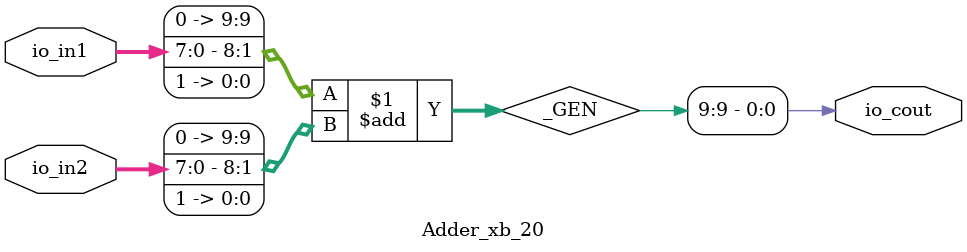
<source format=sv>
`ifndef RANDOMIZE
  `ifdef RANDOMIZE_REG_INIT
    `define RANDOMIZE
  `endif // RANDOMIZE_REG_INIT
`endif // not def RANDOMIZE
`ifndef RANDOMIZE
  `ifdef RANDOMIZE_MEM_INIT
    `define RANDOMIZE
  `endif // RANDOMIZE_MEM_INIT
`endif // not def RANDOMIZE

`ifndef RANDOM
  `define RANDOM $random
`endif // not def RANDOM

// Users can define 'PRINTF_COND' to add an extra gate to prints.
`ifndef PRINTF_COND_
  `ifdef PRINTF_COND
    `define PRINTF_COND_ (`PRINTF_COND)
  `else  // PRINTF_COND
    `define PRINTF_COND_ 1
  `endif // PRINTF_COND
`endif // not def PRINTF_COND_

// Users can define 'ASSERT_VERBOSE_COND' to add an extra gate to assert error printing.
`ifndef ASSERT_VERBOSE_COND_
  `ifdef ASSERT_VERBOSE_COND
    `define ASSERT_VERBOSE_COND_ (`ASSERT_VERBOSE_COND)
  `else  // ASSERT_VERBOSE_COND
    `define ASSERT_VERBOSE_COND_ 1
  `endif // ASSERT_VERBOSE_COND
`endif // not def ASSERT_VERBOSE_COND_

// Users can define 'STOP_COND' to add an extra gate to stop conditions.
`ifndef STOP_COND_
  `ifdef STOP_COND
    `define STOP_COND_ (`STOP_COND)
  `else  // STOP_COND
    `define STOP_COND_ 1
  `endif // STOP_COND
`endif // not def STOP_COND_

// Users can define INIT_RANDOM as general code that gets injected into the
// initializer block for modules with registers.
`ifndef INIT_RANDOM
  `define INIT_RANDOM
`endif // not def INIT_RANDOM

// If using random initialization, you can also define RANDOMIZE_DELAY to
// customize the delay used, otherwise 0.002 is used.
`ifndef RANDOMIZE_DELAY
  `define RANDOMIZE_DELAY 0.002
`endif // not def RANDOMIZE_DELAY

// Define INIT_RANDOM_PROLOG_ for use in our modules below.
`ifndef INIT_RANDOM_PROLOG_
  `ifdef RANDOMIZE
    `ifdef VERILATOR
      `define INIT_RANDOM_PROLOG_ `INIT_RANDOM
    `else  // VERILATOR
      `define INIT_RANDOM_PROLOG_ `INIT_RANDOM #`RANDOMIZE_DELAY begin end
    `endif // VERILATOR
  `else  // RANDOMIZE
    `define INIT_RANDOM_PROLOG_
  `endif // RANDOMIZE
`endif // not def INIT_RANDOM_PROLOG_

module Adder_xb_20(
  input  [7:0] io_in1,
               io_in2,
  output       io_cout
);

  wire [9:0] _GEN = {1'h0, io_in1, 1'h1} + {1'h0, io_in2, 1'h1};	// @[Cat.scala:33:92, Reduction.scala:608:52]
  assign io_cout = _GEN[9];	// @[Reduction.scala:608:52, :609:18]
endmodule


</source>
